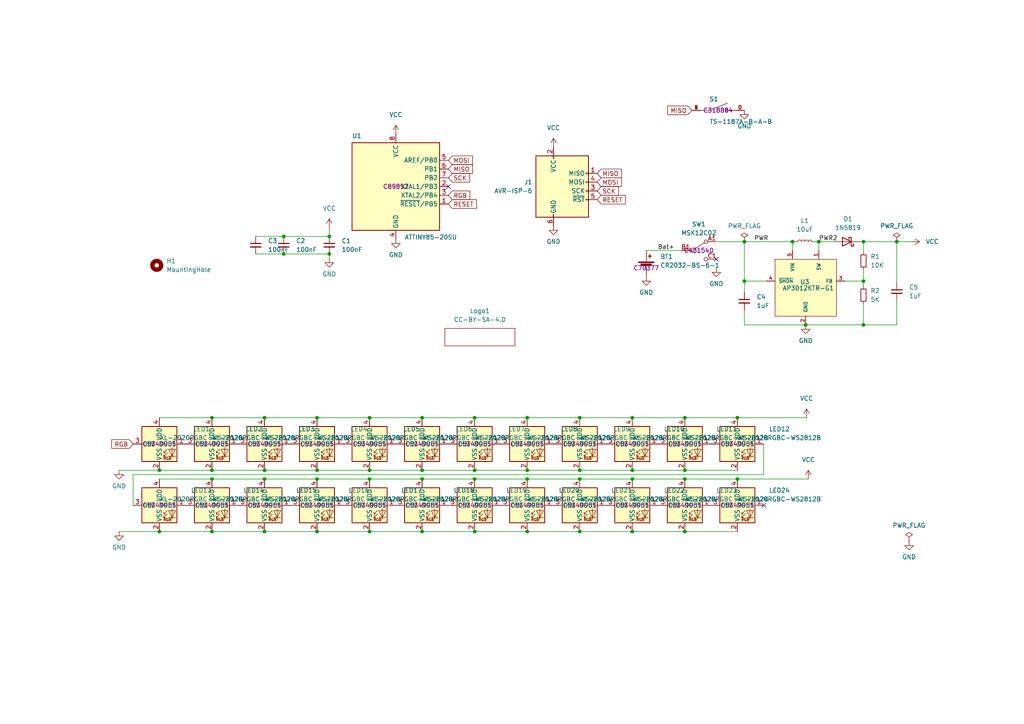
<source format=kicad_sch>
(kicad_sch (version 20211123) (generator eeschema)
  (paper "A4")
  (title_block (title "Blinky Heart") (date "2023-02-05") (rev "v1.0.0") (company "Tweety's Wild Thinking") (comment 1 "Markus Knutsson <markus.knutsson@tweety.se>") (comment 2 "https://github.com/TweetyDaBird") (comment 3 "Licensed under Creative Commons BY-SA 4.0 International "))
  (lib_symbols
    (symbol "AP3012KTR-G1:AP3012KTR-G1" (pin_names (offset 1.016))
      (property "Reference" "U" (at -10.16 11.43 0))
      (property "Value" "AP3012KTR-G1" (at -7.62 -1.27 0))
      (symbol "AP3012KTR-G1_0_0"
        (rectangle (start -8.89 10.16) (end 8.89 -6.35) (stroke (width 0.1524)) (fill (type background)))
        (pin passive line (at 3.81 12.7 270) (length 2.54) (name "SW") (number "1"))
        (pin power_in line (at 0 -8.89 90) (length 2.54) (name "GND") (number "2"))
        (pin input line (at 11.43 3.81 180) (length 2.54) (name "FB") (number "3"))
        (pin input line (at -11.43 3.81 0) (length 2.54) (name "~{SHDN}") (number "4"))
        (pin power_in line (at -3.81 12.7 270) (length 2.54) (name "VIN") (number "5"))
      )
    )
    (symbol "Connector:AVR-ISP-6" (pin_names (offset 1.016))
      (property "Reference" "J" (at -6.35 11.43 0))
      (property "Value" "AVR-ISP-6" (at 0 11.43 0))
      (symbol "AVR-ISP-6_0_1"
        (rectangle (start -2.667 -6.858) (end -2.413 -7.62))
        (rectangle (start -2.667 10.16) (end -2.413 9.398))
        (rectangle (start 7.62 -2.413) (end 6.858 -2.667))
        (rectangle (start 7.62 0.127) (end 6.858 -0.127))
        (rectangle (start 7.62 2.667) (end 6.858 2.413))
        (rectangle (start 7.62 5.207) (end 6.858 4.953))
        (rectangle (start 7.62 10.16) (end -7.62 -7.62) (stroke (width 0.254)) (fill (type background)))
      )
      (symbol "AVR-ISP-6_1_1"
        (pin passive line (at 10.16 5.08 180) (length 2.54) (name "MISO") (number "1"))
        (pin passive line (at -2.54 12.7 270) (length 2.54) (name "VCC") (number "2"))
        (pin passive line (at 10.16 0 180) (length 2.54) (name "SCK") (number "3"))
        (pin passive line (at 10.16 2.54 180) (length 2.54) (name "MOSI") (number "4"))
        (pin passive line (at 10.16 -2.54 180) (length 2.54) (name "~{RST}") (number "5"))
        (pin passive line (at -2.54 -10.16 90) (length 2.54) (name "GND") (number "6"))
      )
    )
    (symbol "Device:C_Small" (pin_numbers hide) (pin_names (offset 0.254) hide)
      (property "Reference" "C" (at 0.254 1.778 0))
      (property "Value" "C_Small" (at 0.254 -2.032 0))
      (symbol "C_Small_0_1"
        (polyline (pts (xy -1.524 -0.508) (xy 1.524 -0.508)) (stroke (width 0.3302)))
        (polyline (pts (xy -1.524 0.508) (xy 1.524 0.508)) (stroke (width 0.3048)))
      )
      (symbol "C_Small_1_1"
        (pin passive line (at 0 2.54 270) (length 2.032) (name "~") (number "1"))
        (pin passive line (at 0 -2.54 90) (length 2.032) (name "~") (number "2"))
      )
    )
    (symbol "Device:L_Small" (pin_numbers hide) (pin_names (offset 0.254) hide)
      (property "Reference" "L" (at 0.762 1.016 0))
      (property "Value" "L_Small" (at 0.762 -1.016 0))
      (symbol "L_Small_0_1"
        (arc (start 0 -2.032) (mid 0.508 -1.524) (end 0 -1.016))
        (arc (start 0 -1.016) (mid 0.508 -0.508) (end 0 0))
        (arc (start 0 0) (mid 0.508 0.508) (end 0 1.016))
        (arc (start 0 1.016) (mid 0.508 1.524) (end 0 2.032))
      )
      (symbol "L_Small_1_1"
        (pin passive line (at 0 2.54 270) (length 0.508) (name "~") (number "1"))
        (pin passive line (at 0 -2.54 90) (length 0.508) (name "~") (number "2"))
      )
    )
    (symbol "Device:R_Small" (pin_numbers hide) (pin_names (offset 0.254) hide)
      (property "Reference" "R" (at 0.762 0.508 0))
      (property "Value" "R_Small" (at 0.762 -1.016 0))
      (symbol "R_Small_0_1"
        (rectangle (start -0.762 1.778) (end 0.762 -1.778) (stroke (width 0.2032)))
      )
      (symbol "R_Small_1_1"
        (pin passive line (at 0 2.54 270) (length 0.762) (name "~") (number "1"))
        (pin passive line (at 0 -2.54 90) (length 0.762) (name "~") (number "2"))
      )
    )
    (symbol "Diode:1N5819" (pin_numbers hide) (pin_names (offset 1.016) hide)
      (property "Reference" "D" (at 0 2.54 0))
      (property "Value" "1N5819" (at 0 -2.54 0))
      (symbol "1N5819_0_1"
        (polyline (pts (xy 1.27 0) (xy -1.27 0)))
        (polyline (pts (xy 1.27 1.27) (xy 1.27 -1.27) (xy -1.27 0) (xy 1.27 1.27)) (stroke (width 0.254)))
        (polyline (pts (xy -1.905 0.635) (xy -1.905 1.27) (xy -1.27 1.27) (xy -1.27 -1.27) (xy -0.635 -1.27) (xy -0.635 -0.635)) (stroke (width 0.254)))
      )
      (symbol "1N5819_1_1"
        (pin passive line (at -3.81 0 0) (length 2.54) (name "K") (number "1"))
        (pin passive line (at 3.81 0 180) (length 2.54) (name "A") (number "2"))
      )
    )
    (symbol "LCSC Parts:ATtiny25V-10S"
      (property "Reference" "U" (at -12.7 13.97 0))
      (property "Value" "ATtiny25V-10S" (at 2.54 -13.97 0))
      (property "LCSC" "C152192" (at 0 0 0))
      (symbol "ATtiny25V-10S_0_1"
        (rectangle (start -12.7 -12.7) (end 12.7 12.7) (stroke (width 0.254)) (fill (type background)))
      )
      (symbol "ATtiny25V-10S_1_1"
        (pin bidirectional line (at 15.24 -5.08 180) (length 2.54) (name "~{RESET}/PB5") (number "1"))
        (pin bidirectional line (at 15.24 0 180) (length 2.54) (name "XTAL1/PB3") (number "2"))
        (pin bidirectional line (at 15.24 -2.54 180) (length 2.54) (name "XTAL2/PB4") (number "3"))
        (pin power_in line (at 0 -15.24 90) (length 2.54) (name "GND") (number "4"))
        (pin bidirectional line (at 15.24 7.62 180) (length 2.54) (name "AREF/PB0") (number "5"))
        (pin bidirectional line (at 15.24 5.08 180) (length 2.54) (name "PB1") (number "6"))
        (pin bidirectional line (at 15.24 2.54 180) (length 2.54) (name "PB2") (number "7"))
        (pin power_in line (at 0 15.24 270) (length 2.54) (name "VCC") (number "8"))
      )
    )
    (symbol "LCSC Parts:CR2032-BS-6-1" (pin_numbers hide) (pin_names (offset 0) hide)
      (property "Reference" "BT1" (at 4.064 3.3021 0))
      (property "Value" "CR2032-BS-6-1" (at 4.064 0.7621 0))
      (property "LCSC" "C70377" (at 0 0 0))
      (symbol "CR2032-BS-6-1_0_1"
        (rectangle (start -2.286 1.778) (end 2.286 1.524) (fill (type outline)))
        (rectangle (start -1.5748 1.1938) (end 1.4732 0.6858) (fill (type outline)))
        (polyline (pts (xy 0 0.762) (xy 0 0)))
        (polyline (pts (xy 0 1.778) (xy 0 2.54)))
        (polyline (pts (xy 0.508 3.429) (xy 1.524 3.429)) (stroke (width 0.254)))
        (polyline (pts (xy 1.016 3.937) (xy 1.016 2.921)) (stroke (width 0.254)))
      )
      (symbol "CR2032-BS-6-1_1_1"
        (pin passive line (at 0 5.08 270) (length 2.54) (name "+") (number "1"))
        (pin passive line (at 0 -2.54 90) (length 2.54) (name "-") (number "2"))
      )
    )
    (symbol "LCSC Parts:MSK12C02" (pin_names (offset 0) hide)
      (property "Reference" "SW" (at 0 7.62 0))
      (property "Value" "MSK12C02" (at 0 5.08 0))
      (property "LCSC" "C431540" (at 0 0 0))
      (symbol "MSK12C02_0_0"
        (circle (center -2.032 0) (radius 0.508))
        (circle (center 2.032 -2.54) (radius 0.508))
      )
      (symbol "MSK12C02_0_1"
        (polyline (pts (xy -1.524 0.254) (xy 1.651 2.286)))
        (circle (center 2.032 2.54) (radius 0.508))
      )
      (symbol "MSK12C02_1_1"
        (pin passive line (at 5.08 2.54 180) (length 2.54) (name "A") (number "A1"))
        (pin passive line (at -5.08 0 0) (length 2.54) (name "COM") (number "B1"))
        (pin passive line (at 5.08 -2.54 180) (length 2.54) (name "C1") (number "C1"))
        (pin power_in line (at 5.08 -5.08 180) (length 2.54) hide (name "GND") (number "MP"))
      )
    )
    (symbol "LCSC Parts:TS-1187A-B-A-B" (pin_names (offset 1.016))
      (property "Reference" "S" (at -2.54 2.54 0))
      (property "Value" "TS-1187A-B-A-B" (at -2.54 -2.54 0))
      (property "LCSC" "C318884" (at 0 0 0))
      (symbol "TS-1187A-B-A-B_0_0"
        (polyline (pts (xy -2.54 0) (xy -5.08 0)) (stroke (width 0.1524)))
        (polyline (pts (xy -2.54 0) (xy 2.794 2.1336)) (stroke (width 0.1524)))
        (polyline (pts (xy 5.08 0) (xy 2.921 0)) (stroke (width 0.1524)))
        (circle (center 2.54 0) (radius 0.3302) (stroke (width 0.1524)))
        (pin passive line (at -7.62 0 0) (length 2.54) (name "~") (number "A"))
        (pin passive line (at -7.62 0 0) (length 2.54) (name "~") (number "B"))
        (pin passive line (at 7.62 0 180) (length 2.54) (name "~") (number "C"))
        (pin passive line (at 7.62 0 180) (length 2.54) (name "~") (number "D"))
      )
    )
    (symbol "LCSC Parts:XL-2020RGBC-WS2812B" (pin_names (offset 0.254))
      (property "Reference" "LED9" (at 12.192 4.3307 0))
      (property "Value" "XL-2020RGBC-WS2812B" (at 12.192 1.7907 0))
      (property "LCSC" "C5349955" (at 0 0 0))
      (symbol "XL-2020RGBC-WS2812B_0_0"
        (text "RGB" (at 2.286 -4.191 0) (effects (font (size 0.762 0.762))))
      )
      (symbol "XL-2020RGBC-WS2812B_0_1"
        (polyline (pts (xy 1.27 -3.556) (xy 1.778 -3.556)))
        (polyline (pts (xy 1.27 -2.54) (xy 1.778 -2.54)))
        (polyline (pts (xy 4.699 -3.556) (xy 2.667 -3.556)))
        (polyline (pts (xy 2.286 -2.54) (xy 1.27 -3.556) (xy 1.27 -3.048)))
        (polyline (pts (xy 2.286 -1.524) (xy 1.27 -2.54) (xy 1.27 -2.032)))
        (polyline (pts (xy 3.683 -1.016) (xy 3.683 -3.556) (xy 3.683 -4.064)))
        (polyline (pts (xy 4.699 -1.524) (xy 2.667 -1.524) (xy 3.683 -3.556) (xy 4.699 -1.524)))
        (rectangle (start 5.08 5.08) (end -5.08 -5.08) (stroke (width 0.254)) (fill (type background)))
      )
      (symbol "XL-2020RGBC-WS2812B_1_1"
        (pin output line (at 7.62 0 180) (length 2.54) (name "DOUT") (number "1"))
        (pin power_in line (at 0 -7.62 90) (length 2.54) (name "VSS") (number "2"))
        (pin input line (at -7.62 0 0) (length 2.54) (name "DIN") (number "3"))
        (pin power_in line (at 0 7.62 270) (length 2.54) (name "VDD") (number "4"))
      )
    )
    (symbol "Logotypes:CC-BY-SA-4.0" (pin_names (offset 1.016))
      (property "Reference" "Logo" (at 0 1.27 0))
      (property "Value" "CC-BY-SA-4.0" (at 0 -1.27 0))
      (symbol "CC-BY-SA-4.0_0_1"
        (rectangle (start -10.16 2.54) (end 10.16 -2.54))
      )
    )
    (symbol "Mechanical:MountingHole" (pin_names (offset 1.016))
      (property "Reference" "H" (at 0 5.08 0))
      (property "Value" "MountingHole" (at 0 3.175 0))
      (symbol "MountingHole_0_1"
        (circle (center 0 0) (radius 1.27) (stroke (width 1.27)))
      )
    )
    (symbol "power:GND" (power) (pin_names (offset 0))
      (property "Value" "GND" (at 0 -3.81 0))
      (symbol "GND_0_1"
        (polyline (pts (xy 0 0) (xy 0 -1.27) (xy 1.27 -1.27) (xy 0 -2.54) (xy -1.27 -1.27) (xy 0 -1.27)))
      )
      (symbol "GND_1_1"
        (pin power_in line (at 0 0 270) (length 0) hide (name "GND") (number "1"))
      )
    )
    (symbol "power:PWR_FLAG" (power) (pin_numbers hide) (pin_names (offset 0) hide)
      (property "Value" "PWR_FLAG" (at 0 3.81 0))
      (symbol "PWR_FLAG_0_0"
        (pin power_out line (at 0 0 90) (length 0) (name "pwr") (number "1"))
      )
      (symbol "PWR_FLAG_0_1"
        (polyline (pts (xy 0 0) (xy 0 1.27) (xy -1.016 1.905) (xy 0 2.54) (xy 1.016 1.905) (xy 0 1.27)))
      )
    )
    (symbol "power:VCC" (power) (pin_names (offset 0))
      (property "Value" "VCC" (at 0 3.81 0))
      (symbol "VCC_0_1"
        (polyline (pts (xy -0.762 1.27) (xy 0 2.54)))
        (polyline (pts (xy 0 0) (xy 0 2.54)))
        (polyline (pts (xy 0 2.54) (xy 0.762 1.27)))
      )
      (symbol "VCC_1_1"
        (pin power_in line (at 0 0 90) (length 0) hide (name "VCC") (number "1"))
      )
    )
  )
  (junction (at 61.468 136.398))
  (junction (at 168.148 138.938))
  (junction (at 260.096 70.104))
  (junction (at 137.668 138.938))
  (junction (at 229.87 70.104))
  (junction (at 213.868 121.158))
  (junction (at 152.908 121.158))
  (junction (at 82.296 68.58))
  (junction (at 183.388 121.158))
  (junction (at 215.9 81.534))
  (junction (at 152.908 138.938))
  (junction (at 61.468 138.938))
  (junction (at 107.188 138.938))
  (junction (at 46.228 136.398))
  (junction (at 76.708 154.178))
  (junction (at 61.468 154.178))
  (junction (at 233.68 94.234))
  (junction (at 95.504 68.58))
  (junction (at 168.148 136.398))
  (junction (at 76.708 138.938))
  (junction (at 122.428 138.938))
  (junction (at 183.388 138.938))
  (junction (at 107.188 121.158))
  (junction (at 198.628 138.938))
  (junction (at 122.428 121.158))
  (junction (at 46.228 154.178))
  (junction (at 250.444 81.534))
  (junction (at 61.468 121.158))
  (junction (at 168.148 121.158))
  (junction (at 168.148 154.178))
  (junction (at 198.628 136.398))
  (junction (at 82.296 73.66))
  (junction (at 137.668 154.178))
  (junction (at 76.708 121.158))
  (junction (at 250.444 94.234))
  (junction (at 122.428 154.178))
  (junction (at 91.948 121.158))
  (junction (at 215.9 70.104))
  (junction (at 95.504 73.66))
  (junction (at 198.628 121.158))
  (junction (at 183.388 154.178))
  (junction (at 91.948 138.938))
  (junction (at 91.948 154.178))
  (junction (at 91.948 136.398))
  (junction (at 107.188 136.398))
  (junction (at 183.388 136.398))
  (junction (at 152.908 136.398))
  (junction (at 198.628 154.178))
  (junction (at 122.428 136.398))
  (junction (at 107.188 154.178))
  (junction (at 213.868 138.938))
  (junction (at 76.708 136.398))
  (junction (at 137.668 136.398))
  (junction (at 152.908 154.178))
  (junction (at 137.668 121.158))
  (junction (at 237.49 70.104))
  (junction (at 250.444 70.104))
  (no_connect (at 221.488 146.558))
  (no_connect (at 130.048 54.102))
  (no_connect (at 207.772 75.184))
  (wire (pts (xy 168.148 154.178) (xy 183.388 154.178)))
  (wire (pts (xy 168.148 121.158) (xy 183.388 121.158)))
  (wire (pts (xy 183.388 138.938) (xy 198.628 138.938)))
  (wire (pts (xy 137.668 138.938) (xy 152.908 138.938)))
  (wire (pts (xy 137.668 121.158) (xy 152.908 121.158)))
  (wire (pts (xy 74.168 73.66) (xy 82.296 73.66)))
  (wire (pts (xy 61.468 154.178) (xy 76.708 154.178)))
  (wire (pts (xy 152.908 138.938) (xy 168.148 138.938)))
  (wire (pts (xy 230.886 70.104) (xy 229.87 70.104)))
  (wire (pts (xy 91.948 136.398) (xy 107.188 136.398)))
  (wire (pts (xy 74.168 68.58) (xy 82.296 68.58)))
  (wire (pts (xy 46.228 154.178) (xy 61.468 154.178)))
  (wire (pts (xy 107.188 136.398) (xy 122.428 136.398)))
  (wire (pts (xy 215.9 89.916) (xy 215.9 94.234)))
  (wire (pts (xy 250.444 70.104) (xy 260.096 70.104)))
  (wire (pts (xy 76.708 138.938) (xy 91.948 138.938)))
  (wire (pts (xy 260.096 70.104) (xy 264.16 70.104)))
  (wire (pts (xy 91.948 121.158) (xy 107.188 121.158)))
  (wire (pts (xy 233.934 121.158) (xy 213.868 121.158)))
  (wire (pts (xy 183.388 136.398) (xy 198.628 136.398)))
  (wire (pts (xy 46.228 121.158) (xy 61.468 121.158)))
  (wire (pts (xy 95.504 74.93) (xy 95.504 73.66)))
  (wire (pts (xy 237.49 70.104) (xy 241.808 70.104)))
  (wire (pts (xy 34.544 136.398) (xy 46.228 136.398)))
  (wire (pts (xy 137.668 136.398) (xy 152.908 136.398)))
  (wire (pts (xy 152.908 154.178) (xy 168.148 154.178)))
  (wire (pts (xy 107.188 138.938) (xy 122.428 138.938)))
  (wire (pts (xy 229.87 70.104) (xy 229.87 72.644)))
  (wire (pts (xy 107.188 121.158) (xy 122.428 121.158)))
  (wire (pts (xy 233.68 94.234) (xy 250.444 94.234)))
  (wire (pts (xy 168.148 136.398) (xy 183.388 136.398)))
  (wire (pts (xy 237.49 70.104) (xy 235.966 70.104)))
  (wire (pts (xy 215.9 81.534) (xy 222.25 81.534)))
  (wire (pts (xy 213.868 138.938) (xy 234.442 138.938)))
  (wire (pts (xy 137.668 154.178) (xy 152.908 154.178)))
  (wire (pts (xy 250.444 70.104) (xy 250.444 73.152)))
  (wire (pts (xy 221.488 128.778) (xy 221.488 137.668)))
  (wire (pts (xy 260.096 94.234) (xy 260.096 87.122)))
  (wire (pts (xy 187.452 72.644) (xy 197.612 72.644)))
  (wire (pts (xy 250.444 94.234) (xy 260.096 94.234)))
  (wire (pts (xy 152.908 136.398) (xy 168.148 136.398)))
  (wire (pts (xy 183.388 121.158) (xy 198.628 121.158)))
  (wire (pts (xy 122.428 138.938) (xy 137.668 138.938)))
  (wire (pts (xy 34.544 154.178) (xy 46.228 154.178)))
  (wire (pts (xy 61.468 138.938) (xy 76.708 138.938)))
  (wire (pts (xy 215.9 94.234) (xy 233.68 94.234)))
  (wire (pts (xy 76.708 136.398) (xy 91.948 136.398)))
  (wire (pts (xy 245.11 81.534) (xy 250.444 81.534)))
  (wire (pts (xy 91.948 138.938) (xy 107.188 138.938)))
  (wire (pts (xy 152.908 121.158) (xy 168.148 121.158)))
  (wire (pts (xy 215.9 84.836) (xy 215.9 81.534)))
  (wire (pts (xy 76.708 154.178) (xy 91.948 154.178)))
  (wire (pts (xy 250.444 81.534) (xy 250.444 83.058)))
  (wire (pts (xy 198.628 121.158) (xy 213.868 121.158)))
  (wire (pts (xy 46.228 138.938) (xy 61.468 138.938)))
  (wire (pts (xy 76.708 121.158) (xy 91.948 121.158)))
  (wire (pts (xy 250.444 78.232) (xy 250.444 81.534)))
  (wire (pts (xy 250.444 88.138) (xy 250.444 94.234)))
  (wire (pts (xy 95.504 66.04) (xy 95.504 68.58)))
  (wire (pts (xy 237.49 70.104) (xy 237.49 72.644)))
  (wire (pts (xy 198.628 154.178) (xy 213.868 154.178)))
  (wire (pts (xy 260.096 70.104) (xy 260.096 82.042)))
  (wire (pts (xy 82.296 68.58) (xy 95.504 68.58)))
  (wire (pts (xy 249.428 70.104) (xy 250.444 70.104)))
  (wire (pts (xy 215.9 70.104) (xy 229.87 70.104)))
  (wire (pts (xy 168.148 138.938) (xy 183.388 138.938)))
  (wire (pts (xy 198.628 138.938) (xy 213.868 138.938)))
  (wire (pts (xy 38.608 137.668) (xy 38.608 146.558)))
  (wire (pts (xy 61.468 136.398) (xy 76.708 136.398)))
  (wire (pts (xy 61.468 121.158) (xy 76.708 121.158)))
  (wire (pts (xy 122.428 121.158) (xy 137.668 121.158)))
  (wire (pts (xy 91.948 154.178) (xy 107.188 154.178)))
  (wire (pts (xy 122.428 154.178) (xy 137.668 154.178)))
  (wire (pts (xy 82.296 73.66) (xy 95.504 73.66)))
  (wire (pts (xy 221.488 137.668) (xy 38.608 137.668)))
  (wire (pts (xy 207.772 70.104) (xy 215.9 70.104)))
  (wire (pts (xy 122.428 136.398) (xy 137.668 136.398)))
  (wire (pts (xy 183.388 154.178) (xy 198.628 154.178)))
  (wire (pts (xy 198.628 136.398) (xy 213.868 136.398)))
  (wire (pts (xy 215.9 81.534) (xy 215.9 70.104)))
  (wire (pts (xy 46.228 136.398) (xy 61.468 136.398)))
  (wire (pts (xy 107.188 154.178) (xy 122.428 154.178)))
  (label "Bat+" (at 190.754 72.644 0))
  (label "PWR" (at 218.6884 70.104 0))
  (label "PWR2" (at 237.49 70.104 0))
  (global_label "SCK" (shape input) (at 130.048 51.562 0) (property "Intersheet References" "${INTERSHEET_REFS}" (effects hide)))
  (global_label "MOSI" (shape input) (at 173.228 52.832 0) (property "Intersheet References" "${INTERSHEET_REFS}" (effects hide)))
  (global_label "MISO" (shape input) (at 173.228 50.292 0) (property "Intersheet References" "${INTERSHEET_REFS}" (effects hide)))
  (global_label "RGB" (shape input) (at 38.608 128.778 180) (property "Intersheet References" "${INTERSHEET_REFS}" (effects hide)))
  (global_label "SCK" (shape input) (at 173.228 55.372 0) (property "Intersheet References" "${INTERSHEET_REFS}" (effects hide)))
  (global_label "RESET" (shape input) (at 130.048 59.182 0) (property "Intersheet References" "${INTERSHEET_REFS}" (effects hide)))
  (global_label "RGB" (shape input) (at 130.048 56.642 0) (property "Intersheet References" "${INTERSHEET_REFS}" (effects hide)))
  (global_label "MOSI" (shape input) (at 130.048 46.482 0) (property "Intersheet References" "${INTERSHEET_REFS}" (effects hide)))
  (global_label "MISO" (shape input) (at 200.66 32.004 180) (property "Intersheet References" "${INTERSHEET_REFS}" (effects hide)))
  (global_label "MISO" (shape input) (at 130.048 49.022 0) (property "Intersheet References" "${INTERSHEET_REFS}" (effects hide)))
  (global_label "RESET" (shape input) (at 173.228 57.912 0) (property "Intersheet References" "${INTERSHEET_REFS}" (effects hide)))
  (symbol (lib_id "power:GND") (at 263.652 156.972 0) (unit 1)
    (property "Reference" "#PWR0113" (effects hide))
    (property "Value" "GND" (at 263.652 161.544 0))
  )
  (symbol (lib_id "LCSC Parts:XL-2020RGBC-WS2812B") (at 213.868 128.778 0) (unit 1)
    (property "Reference" "LED12" (at 226.06 124.4473 0))
    (property "Value" "XL-2020RGBC-WS2812B" (at 226.06 126.9873 0))
    (property "Footprint" "WS2812-2020:LED_WS2812-2020" (effects hide))
    (property "Datasheet" "https://datasheet.lcsc.com/lcsc/2301111010_XINGLIGHT-XL-2020RGBC-WS2812B_C5349955.pdf" (effects hide))
    (property "LCSC" "C5349955" (at 213.868 128.778 0))
  )
  (symbol (lib_id "power:VCC") (at 234.442 138.938 0) (unit 1)
    (property "Reference" "#PWR0109" (effects hide))
    (property "Value" "VCC" (at 234.442 133.35 0))
  )
  (symbol (lib_id "LCSC Parts:XL-2020RGBC-WS2812B") (at 122.428 146.558 0) (unit 1)
    (property "Reference" "LED18" (at 134.62 142.2273 0))
    (property "Value" "XL-2020RGBC-WS2812B" (at 134.62 144.7673 0))
    (property "Footprint" "WS2812-2020:LED_WS2812-2020" (effects hide))
    (property "Datasheet" "https://datasheet.lcsc.com/lcsc/2301111010_XINGLIGHT-XL-2020RGBC-WS2812B_C5349955.pdf" (effects hide))
    (property "LCSC" "C5349955" (at 122.428 146.558 0))
  )
  (symbol (lib_id "LCSC Parts:XL-2020RGBC-WS2812B") (at 107.188 128.778 0) (unit 1)
    (property "Reference" "LED5" (at 119.38 124.4473 0))
    (property "Value" "XL-2020RGBC-WS2812B" (at 119.38 126.9873 0))
    (property "Footprint" "WS2812-2020:LED_WS2812-2020" (effects hide))
    (property "Datasheet" "https://datasheet.lcsc.com/lcsc/2301111010_XINGLIGHT-XL-2020RGBC-WS2812B_C5349955.pdf" (effects hide))
    (property "LCSC" "C5349955" (at 107.188 128.778 0))
  )
  (symbol (lib_id "LCSC Parts:XL-2020RGBC-WS2812B") (at 213.868 146.558 0) (unit 1)
    (property "Reference" "LED24" (at 226.06 142.2273 0))
    (property "Value" "XL-2020RGBC-WS2812B" (at 226.06 144.7673 0))
    (property "Footprint" "WS2812-2020:LED_WS2812-2020" (effects hide))
    (property "Datasheet" "https://datasheet.lcsc.com/lcsc/2301111010_XINGLIGHT-XL-2020RGBC-WS2812B_C5349955.pdf" (effects hide))
    (property "LCSC" "C5349955" (at 213.868 146.558 0))
  )
  (symbol (lib_id "power:GND") (at 95.504 74.93 0) (unit 1)
    (property "Reference" "#PWR0105" (effects hide))
    (property "Value" "GND" (at 95.504 79.502 0))
  )
  (symbol (lib_id "LCSC Parts:XL-2020RGBC-WS2812B") (at 46.228 146.558 0) (unit 1)
    (property "Reference" "LED13" (at 58.42 142.2273 0))
    (property "Value" "XL-2020RGBC-WS2812B" (at 58.42 144.7673 0))
    (property "Footprint" "WS2812-2020:LED_WS2812-2020" (effects hide))
    (property "Datasheet" "https://datasheet.lcsc.com/lcsc/2301111010_XINGLIGHT-XL-2020RGBC-WS2812B_C5349955.pdf" (effects hide))
    (property "LCSC" "C5349955" (at 46.228 146.558 0))
  )
  (symbol (lib_id "power:VCC") (at 95.504 66.04 0) (unit 1)
    (property "Reference" "#PWR0106" (effects hide))
    (property "Value" "VCC" (at 95.504 60.452 0))
  )
  (symbol (lib_id "LCSC Parts:MSK12C02") (at 202.692 72.644 0) (unit 1)
    (property "Reference" "SW1" (at 202.692 65.024 0))
    (property "Value" "MSK12C02" (at 202.692 67.564 0))
    (property "Footprint" "Keyboard Common:MSK12C02" (effects hide))
    (property "LCSC" "C431540" (at 202.692 72.644 0))
  )
  (symbol (lib_id "Device:C_Small") (at 260.096 84.582 0) (unit 1)
    (property "Reference" "C5" (at 263.652 83.3182 0) (effects (justify left)))
    (property "Value" "1uF" (at 263.652 85.8582 0) (effects (justify left)))
    (property "Footprint" "Capacitor_SMD:C_0603_1608Metric_Pad1.08x0.95mm_HandSolder" (effects hide))
    (property "LCSC" "C15849" (effects hide))
  )
  (symbol (lib_id "Diode:1N5819") (at 245.618 70.104 180) (unit 1)
    (property "Reference" "D1" (at 245.9355 63.5 0))
    (property "Value" "1N5819" (at 245.9355 66.04 0))
    (property "Footprint" "Diode_SMD:D_SMA" (effects hide))
    (property "Datasheet" "http://www.vishay.com/docs/88525/1n5817.pdf" (effects hide))
    (property "LCSC" "C437199" (effects hide))
  )
  (symbol (lib_id "LCSC Parts:ATtiny25V-10S") (at 114.808 54.102 0) (unit 1)
    (property "Reference" "U1" (at 102.108 40.132 0) (effects (justify left bottom)))
    (property "Value" "ATTINY85-20SU" (at 117.348 68.072 0) (effects (justify left top)))
    (property "Footprint" "Package_SO:SOIC-8W_5.3x5.3mm_P1.27mm" (effects hide))
    (property "Datasheet" "http://ww1.microchip.com/downloads/en/DeviceDoc/atmel-2586-avr-8-bit-microcontroller-attiny25-attiny45-attiny85_datasheet.pdf" (effects hide))
    (property "LCSC" "C89852" (at 114.808 54.102 0))
  )
  (symbol (lib_id "power:GND") (at 207.772 77.724 0) (unit 1)
    (property "Reference" "#PWR02" (effects hide))
    (property "Value" "GND" (at 207.772 82.296 0))
  )
  (symbol (lib_id "Mechanical:MountingHole") (at 45.466 76.962 0) (unit 1)
    (property "Reference" "H1" (at 48.26 75.6919 0) (effects (justify left)))
    (property "Value" "MountingHole" (at 48.26 78.2319 0) (effects (justify left)))
    (property "Footprint" "MountingHole:MountingHole_3.2mm_M3" (effects hide))
  )
  (symbol (lib_id "power:VCC") (at 160.528 42.672 0) (unit 1)
    (property "Reference" "#PWR0104" (effects hide))
    (property "Value" "VCC" (at 160.528 37.084 0))
  )
  (symbol (lib_id "power:PWR_FLAG") (at 260.096 70.104 0) (unit 1)
    (property "Reference" "#FLG0103" (effects hide))
    (property "Value" "PWR_FLAG" (at 260.096 65.532 0))
  )
  (symbol (lib_id "power:VCC") (at 233.934 121.158 0) (unit 1)
    (property "Reference" "#PWR0108" (effects hide))
    (property "Value" "VCC" (at 233.934 115.57 0))
  )
  (symbol (lib_id "Device:R_Small") (at 250.444 85.598 0) (unit 1)
    (property "Reference" "R2" (at 252.476 84.3279 0) (effects (justify left)))
    (property "Value" "5K" (at 252.476 86.8679 0) (effects (justify left)))
    (property "Footprint" "Resistor_SMD:R_0603_1608Metric_Pad0.98x0.95mm_HandSolder" (effects hide))
    (property "LCSC" "C2828621" (effects hide))
  )
  (symbol (lib_id "power:VCC") (at 114.808 38.862 0) (unit 1)
    (property "Reference" "#PWR0101" (effects hide))
    (property "Value" "VCC" (at 114.808 33.274 0))
  )
  (symbol (lib_id "LCSC Parts:XL-2020RGBC-WS2812B") (at 76.708 128.778 0) (unit 1)
    (property "Reference" "LED3" (at 88.9 124.4473 0))
    (property "Value" "XL-2020RGBC-WS2812B" (at 88.9 126.9873 0))
    (property "Footprint" "WS2812-2020:LED_WS2812-2020" (effects hide))
    (property "Datasheet" "https://datasheet.lcsc.com/lcsc/2301111010_XINGLIGHT-XL-2020RGBC-WS2812B_C5349955.pdf" (effects hide))
    (property "LCSC" "C5349955" (at 76.708 128.778 0))
  )
  (symbol (lib_id "LCSC Parts:TS-1187A-B-A-B") (at 208.28 32.004 0) (unit 1)
    (property "Reference" "S1" (at 205.74 29.464 0) (effects (justify left bottom)))
    (property "Value" "TS-1187A-B-A-B" (at 205.74 34.544 0) (effects (justify left top)))
    (property "Footprint" "SW_TS-1187A-B-A-B" (effects hide))
    (property "STANDARD" "Manufacturer Recommendations" (effects hide))
    (property "MAXIMUM_PACKAGE_HEIGHT" "1.5mm" (effects hide))
    (property "PARTREV" "A0" (effects hide))
    (property "MANUFACTURER" "XKB Industrial Precision" (effects hide))
    (property "LCSC" "C318884" (at 208.28 32.004 0))
  )
  (symbol (lib_id "Connector:AVR-ISP-6") (at 163.068 55.372 0) (unit 1)
    (property "Reference" "J1" (at 154.432 52.8319 0) (effects (justify right)))
    (property "Value" "AVR-ISP-6" (at 154.432 55.3719 0) (effects (justify right)))
    (property "Footprint" "Connector_PinHeader_2.54mm:PinHeader_2x03_P2.54mm_Vertical" (effects hide))
    (property "Datasheet" " ~" (effects hide))
  )
  (symbol (lib_id "power:GND") (at 187.452 80.264 0) (unit 1)
    (property "Reference" "#PWR03" (effects hide))
    (property "Value" "GND" (at 187.452 84.836 0))
  )
  (symbol (lib_id "LCSC Parts:XL-2020RGBC-WS2812B") (at 76.708 146.558 0) (unit 1)
    (property "Reference" "LED15" (at 88.9 142.2273 0))
    (property "Value" "XL-2020RGBC-WS2812B" (at 88.9 144.7673 0))
    (property "Footprint" "WS2812-2020:LED_WS2812-2020" (effects hide))
    (property "Datasheet" "https://datasheet.lcsc.com/lcsc/2301111010_XINGLIGHT-XL-2020RGBC-WS2812B_C5349955.pdf" (effects hide))
    (property "LCSC" "C5349955" (at 76.708 146.558 0))
  )
  (symbol (lib_id "power:GND") (at 233.68 94.234 0) (unit 1)
    (property "Reference" "#PWR04" (effects hide))
    (property "Value" "GND" (at 233.68 98.806 0))
  )
  (symbol (lib_id "power:PWR_FLAG") (at 263.652 156.972 0) (unit 1)
    (property "Reference" "#FLG0101" (effects hide))
    (property "Value" "PWR_FLAG" (at 263.652 152.4 0))
  )
  (symbol (lib_id "LCSC Parts:XL-2020RGBC-WS2812B") (at 91.948 128.778 0) (unit 1)
    (property "Reference" "LED4" (at 104.14 124.4473 0))
    (property "Value" "XL-2020RGBC-WS2812B" (at 104.14 126.9873 0))
    (property "Footprint" "WS2812-2020:LED_WS2812-2020" (effects hide))
    (property "Datasheet" "https://datasheet.lcsc.com/lcsc/2301111010_XINGLIGHT-XL-2020RGBC-WS2812B_C5349955.pdf" (effects hide))
    (property "LCSC" "C5349955" (at 91.948 128.778 0))
  )
  (symbol (lib_id "LCSC Parts:XL-2020RGBC-WS2812B") (at 61.468 146.558 0) (unit 1)
    (property "Reference" "LED14" (at 73.66 142.2273 0))
    (property "Value" "XL-2020RGBC-WS2812B" (at 73.66 144.7673 0))
    (property "Footprint" "WS2812-2020:LED_WS2812-2020" (effects hide))
    (property "Datasheet" "https://datasheet.lcsc.com/lcsc/2301111010_XINGLIGHT-XL-2020RGBC-WS2812B_C5349955.pdf" (effects hide))
    (property "LCSC" "C5349955" (at 61.468 146.558 0))
  )
  (symbol (lib_id "LCSC Parts:XL-2020RGBC-WS2812B") (at 183.388 146.558 0) (unit 1)
    (property "Reference" "LED22" (at 195.58 142.2273 0))
    (property "Value" "XL-2020RGBC-WS2812B" (at 195.58 144.7673 0))
    (property "Footprint" "WS2812-2020:LED_WS2812-2020" (effects hide))
    (property "Datasheet" "https://datasheet.lcsc.com/lcsc/2301111010_XINGLIGHT-XL-2020RGBC-WS2812B_C5349955.pdf" (effects hide))
    (property "LCSC" "C5349955" (at 183.388 146.558 0))
  )
  (symbol (lib_id "Device:C_Small") (at 95.504 71.12 0) (unit 1)
    (property "Reference" "C1" (at 99.06 69.8562 0) (effects (justify left)))
    (property "Value" "100nF" (at 99.06 72.3962 0) (effects (justify left)))
    (property "Footprint" "Capacitor_SMD:C_0603_1608Metric_Pad1.08x0.95mm_HandSolder" (effects hide))
    (property "LCSC" "C14663" (effects hide))
  )
  (symbol (lib_id "LCSC Parts:XL-2020RGBC-WS2812B") (at 168.148 128.778 0) (unit 1)
    (property "Reference" "LED9" (at 180.34 124.4473 0))
    (property "Value" "XL-2020RGBC-WS2812B" (at 180.34 126.9873 0))
    (property "Footprint" "WS2812-2020:LED_WS2812-2020" (effects hide))
    (property "Datasheet" "https://datasheet.lcsc.com/lcsc/2301111010_XINGLIGHT-XL-2020RGBC-WS2812B_C5349955.pdf" (effects hide))
    (property "LCSC" "C5349955" (at 168.148 128.778 0))
  )
  (symbol (lib_id "LCSC Parts:XL-2020RGBC-WS2812B") (at 91.948 146.558 0) (unit 1)
    (property "Reference" "LED16" (at 104.14 142.2273 0))
    (property "Value" "XL-2020RGBC-WS2812B" (at 104.14 144.7673 0))
    (property "Footprint" "WS2812-2020:LED_WS2812-2020" (effects hide))
    (property "Datasheet" "https://datasheet.lcsc.com/lcsc/2301111010_XINGLIGHT-XL-2020RGBC-WS2812B_C5349955.pdf" (effects hide))
    (property "LCSC" "C5349955" (at 91.948 146.558 0))
  )
  (symbol (lib_id "LCSC Parts:XL-2020RGBC-WS2812B") (at 46.228 128.778 0) (unit 1)
    (property "Reference" "LED1" (at 58.42 124.4473 0))
    (property "Value" "XL-2020RGBC-WS2812B" (at 58.42 126.9873 0))
    (property "Footprint" "WS2812-2020:LED_WS2812-2020" (effects hide))
    (property "Datasheet" "https://datasheet.lcsc.com/lcsc/2301111010_XINGLIGHT-XL-2020RGBC-WS2812B_C5349955.pdf" (effects hide))
    (property "LCSC" "C5349955" (at 46.228 128.778 0))
  )
  (symbol (lib_id "LCSC Parts:XL-2020RGBC-WS2812B") (at 61.468 128.778 0) (unit 1)
    (property "Reference" "LED2" (at 73.66 124.4473 0))
    (property "Value" "XL-2020RGBC-WS2812B" (at 73.66 126.9873 0))
    (property "Footprint" "WS2812-2020:LED_WS2812-2020" (effects hide))
    (property "Datasheet" "https://datasheet.lcsc.com/lcsc/2301111010_XINGLIGHT-XL-2020RGBC-WS2812B_C5349955.pdf" (effects hide))
    (property "LCSC" "C5349955" (at 61.468 128.778 0))
  )
  (symbol (lib_id "AP3012KTR-G1:AP3012KTR-G1") (at 233.68 85.344 0) (unit 1)
    (property "Reference" "U3" (at 233.426 81.788 0))
    (property "Value" "AP3012KTR-G1" (at 234.442 83.566 0))
    (property "Footprint" "SOT95P280X145-5N" (effects hide))
    (property "STANDARD" "IPC 7351B" (effects hide))
    (property "MAXIMUM_PACKAGE_HEIGHT" "1.45 mm" (effects hide))
    (property "MANUFACTURER" "Diodes Inc." (effects hide))
    (property "PARTREV" "1.6" (effects hide))
    (property "LCSC" "C102618" (effects hide))
  )
  (symbol (lib_id "LCSC Parts:XL-2020RGBC-WS2812B") (at 183.388 128.778 0) (unit 1)
    (property "Reference" "LED10" (at 195.58 124.4473 0))
    (property "Value" "XL-2020RGBC-WS2812B" (at 195.58 126.9873 0))
    (property "Footprint" "WS2812-2020:LED_WS2812-2020" (effects hide))
    (property "Datasheet" "https://datasheet.lcsc.com/lcsc/2301111010_XINGLIGHT-XL-2020RGBC-WS2812B_C5349955.pdf" (effects hide))
    (property "LCSC" "C5349955" (at 183.388 128.778 0))
  )
  (symbol (lib_id "power:VCC") (at 264.16 70.104 270) (unit 1)
    (property "Reference" "#PWR0112" (effects hide))
    (property "Value" "VCC" (at 268.478 70.1039 90) (effects (justify left)))
  )
  (symbol (lib_id "Device:C_Small") (at 82.296 71.12 0) (unit 1)
    (property "Reference" "C2" (at 85.852 69.8562 0) (effects (justify left)))
    (property "Value" "100nF" (at 85.852 72.3962 0) (effects (justify left)))
    (property "Footprint" "Capacitor_SMD:C_0603_1608Metric_Pad1.08x0.95mm_HandSolder" (effects hide))
    (property "LCSC" "C14663" (effects hide))
  )
  (symbol (lib_id "LCSC Parts:XL-2020RGBC-WS2812B") (at 107.188 146.558 0) (unit 1)
    (property "Reference" "LED17" (at 119.38 142.2273 0))
    (property "Value" "XL-2020RGBC-WS2812B" (at 119.38 144.7673 0))
    (property "Footprint" "WS2812-2020:LED_WS2812-2020" (effects hide))
    (property "Datasheet" "https://datasheet.lcsc.com/lcsc/2301111010_XINGLIGHT-XL-2020RGBC-WS2812B_C5349955.pdf" (effects hide))
    (property "LCSC" "C5349955" (at 107.188 146.558 0))
  )
  (symbol (lib_id "power:GND") (at 34.544 154.178 0) (unit 1)
    (property "Reference" "#PWR0111" (effects hide))
    (property "Value" "GND" (at 34.544 158.75 0))
  )
  (symbol (lib_id "power:PWR_FLAG") (at 215.9 70.104 0) (unit 1)
    (property "Reference" "#FLG0102" (effects hide))
    (property "Value" "PWR_FLAG" (at 215.9 65.532 0))
  )
  (symbol (lib_id "power:GND") (at 34.544 136.398 0) (unit 1)
    (property "Reference" "#PWR0110" (effects hide))
    (property "Value" "GND" (at 34.544 140.97 0))
  )
  (symbol (lib_id "LCSC Parts:XL-2020RGBC-WS2812B") (at 122.428 128.778 0) (unit 1)
    (property "Reference" "LED6" (at 134.62 124.4473 0))
    (property "Value" "XL-2020RGBC-WS2812B" (at 134.62 126.9873 0))
    (property "Footprint" "WS2812-2020:LED_WS2812-2020" (effects hide))
    (property "Datasheet" "https://datasheet.lcsc.com/lcsc/2301111010_XINGLIGHT-XL-2020RGBC-WS2812B_C5349955.pdf" (effects hide))
    (property "LCSC" "C5349955" (at 122.428 128.778 0))
  )
  (symbol (lib_id "LCSC Parts:XL-2020RGBC-WS2812B") (at 152.908 146.558 0) (unit 1)
    (property "Reference" "LED20" (at 165.1 142.2273 0))
    (property "Value" "XL-2020RGBC-WS2812B" (at 165.1 144.7673 0))
    (property "Footprint" "WS2812-2020:LED_WS2812-2020" (effects hide))
    (property "Datasheet" "https://datasheet.lcsc.com/lcsc/2301111010_XINGLIGHT-XL-2020RGBC-WS2812B_C5349955.pdf" (effects hide))
    (property "LCSC" "C5349955" (at 152.908 146.558 0))
  )
  (symbol (lib_id "Device:L_Small") (at 233.426 70.104 90) (unit 1)
    (property "Reference" "L1" (at 233.426 64.008 90))
    (property "Value" "10uF" (at 233.426 66.548 90))
    (property "Footprint" "FDSD0420-H-100M_P3:IND_FDSD0420-H-100M=P3" (effects hide))
    (property "LCSC" "C1329533" (effects hide))
  )
  (symbol (lib_id "Device:C_Small") (at 215.9 87.376 0) (unit 1)
    (property "Reference" "C4" (at 219.456 86.1122 0) (effects (justify left)))
    (property "Value" "1uF" (at 219.456 88.6522 0) (effects (justify left)))
    (property "Footprint" "Capacitor_SMD:C_0603_1608Metric_Pad1.08x0.95mm_HandSolder" (effects hide))
    (property "LCSC" "C15849" (effects hide))
  )
  (symbol (lib_id "LCSC Parts:XL-2020RGBC-WS2812B") (at 198.628 128.778 0) (unit 1)
    (property "Reference" "LED11" (at 210.82 124.4473 0))
    (property "Value" "XL-2020RGBC-WS2812B" (at 210.82 126.9873 0))
    (property "Footprint" "WS2812-2020:LED_WS2812-2020" (effects hide))
    (property "Datasheet" "https://datasheet.lcsc.com/lcsc/2301111010_XINGLIGHT-XL-2020RGBC-WS2812B_C5349955.pdf" (effects hide))
    (property "LCSC" "C5349955" (at 198.628 128.778 0))
  )
  (symbol (lib_id "power:GND") (at 160.528 65.532 0) (unit 1)
    (property "Reference" "#PWR0103" (effects hide))
    (property "Value" "GND" (at 160.528 70.104 0))
  )
  (symbol (lib_id "power:GND") (at 215.9 32.004 0) (unit 1)
    (property "Reference" "#PWR0107" (effects hide))
    (property "Value" "GND" (at 215.9 36.576 0))
  )
  (symbol (lib_id "Device:C_Small") (at 74.168 71.12 0) (unit 1)
    (property "Reference" "C3" (at 77.724 69.8562 0) (effects (justify left)))
    (property "Value" "100nF" (at 77.724 72.3962 0) (effects (justify left)))
    (property "Footprint" "Capacitor_SMD:C_0603_1608Metric_Pad1.08x0.95mm_HandSolder" (effects hide))
    (property "LCSC" "C14663" (effects hide))
  )
  (symbol (lib_id "LCSC Parts:XL-2020RGBC-WS2812B") (at 168.148 146.558 0) (unit 1)
    (property "Reference" "LED21" (at 180.34 142.2273 0))
    (property "Value" "XL-2020RGBC-WS2812B" (at 180.34 144.7673 0))
    (property "Footprint" "WS2812-2020:LED_WS2812-2020" (effects hide))
    (property "Datasheet" "https://datasheet.lcsc.com/lcsc/2301111010_XINGLIGHT-XL-2020RGBC-WS2812B_C5349955.pdf" (effects hide))
    (property "LCSC" "C5349955" (at 168.148 146.558 0))
  )
  (symbol (lib_id "LCSC Parts:XL-2020RGBC-WS2812B") (at 198.628 146.558 0) (unit 1)
    (property "Reference" "LED23" (at 210.82 142.2273 0))
    (property "Value" "XL-2020RGBC-WS2812B" (at 210.82 144.7673 0))
    (property "Footprint" "WS2812-2020:LED_WS2812-2020" (effects hide))
    (property "Datasheet" "https://datasheet.lcsc.com/lcsc/2301111010_XINGLIGHT-XL-2020RGBC-WS2812B_C5349955.pdf" (effects hide))
    (property "LCSC" "C5349955" (at 198.628 146.558 0))
  )
  (symbol (lib_id "LCSC Parts:CR2032-BS-6-1") (at 187.452 77.724 0) (unit 1)
    (property "Reference" "BT1" (at 191.516 74.4219 0) (effects (justify left)))
    (property "Value" "CR2032-BS-6-1" (at 191.516 76.9619 0) (effects (justify left)))
    (property "Footprint" "CR2032-BS-6-1:BAT_CR2032-BS-6-1" (effects hide))
    (property "LCSC" "C70377" (at 187.452 77.724 0))
  )
  (symbol (lib_id "LCSC Parts:XL-2020RGBC-WS2812B") (at 137.668 146.558 0) (unit 1)
    (property "Reference" "LED19" (at 149.86 142.2273 0))
    (property "Value" "XL-2020RGBC-WS2812B" (at 149.86 144.7673 0))
    (property "Footprint" "WS2812-2020:LED_WS2812-2020" (effects hide))
    (property "Datasheet" "https://datasheet.lcsc.com/lcsc/2301111010_XINGLIGHT-XL-2020RGBC-WS2812B_C5349955.pdf" (effects hide))
    (property "LCSC" "C5349955" (at 137.668 146.558 0))
  )
  (symbol (lib_id "Device:R_Small") (at 250.444 75.692 0) (unit 1)
    (property "Reference" "R1" (at 252.476 74.4219 0) (effects (justify left)))
    (property "Value" "10K" (at 252.476 76.9619 0) (effects (justify left)))
    (property "Footprint" "Resistor_SMD:R_0603_1608Metric_Pad0.98x0.95mm_HandSolder" (effects hide))
    (property "LCSC" "C3017715" (effects hide))
  )
  (symbol (lib_id "Logotypes:CC-BY-SA-4.0") (at 139.192 97.79 0) (unit 1)
    (property "Reference" "Logo1" (at 139.192 90.17 0))
    (property "Value" "CC-BY-SA-4.0" (at 139.192 92.71 0))
    (property "Footprint" "Logotypes:CC_BY_SA_40" (effects hide))
  )
  (symbol (lib_id "power:GND") (at 114.808 69.342 0) (unit 1)
    (property "Reference" "#PWR0102" (effects hide))
    (property "Value" "GND" (at 114.808 73.914 0))
  )
  (symbol (lib_id "LCSC Parts:XL-2020RGBC-WS2812B") (at 152.908 128.778 0) (unit 1)
    (property "Reference" "LED8" (at 165.1 124.4473 0))
    (property "Value" "XL-2020RGBC-WS2812B" (at 165.1 126.9873 0))
    (property "Footprint" "WS2812-2020:LED_WS2812-2020" (effects hide))
    (property "Datasheet" "https://datasheet.lcsc.com/lcsc/2301111010_XINGLIGHT-XL-2020RGBC-WS2812B_C5349955.pdf" (effects hide))
    (property "LCSC" "C5349955" (at 152.908 128.778 0))
  )
  (symbol (lib_id "LCSC Parts:XL-2020RGBC-WS2812B") (at 137.668 128.778 0) (unit 1)
    (property "Reference" "LED7" (at 149.86 124.4473 0))
    (property "Value" "XL-2020RGBC-WS2812B" (at 149.86 126.9873 0))
    (property "Footprint" "WS2812-2020:LED_WS2812-2020" (effects hide))
    (property "Datasheet" "https://datasheet.lcsc.com/lcsc/2301111010_XINGLIGHT-XL-2020RGBC-WS2812B_C5349955.pdf" (effects hide))
    (property "LCSC" "C5349955" (at 137.668 128.778 0))
  )
)
</source>
